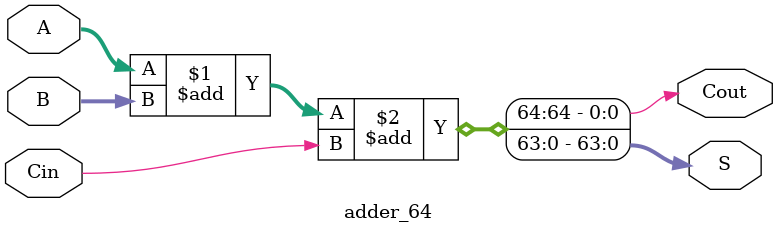
<source format=v>
module adder_64(A, B, Cin, S, Cout);
	input [63:0] A, B;
	input Cin;
	output [63:0] S;
	output Cout;
	
	assign {Cout, S} = A + B + Cin;
endmodule

</source>
